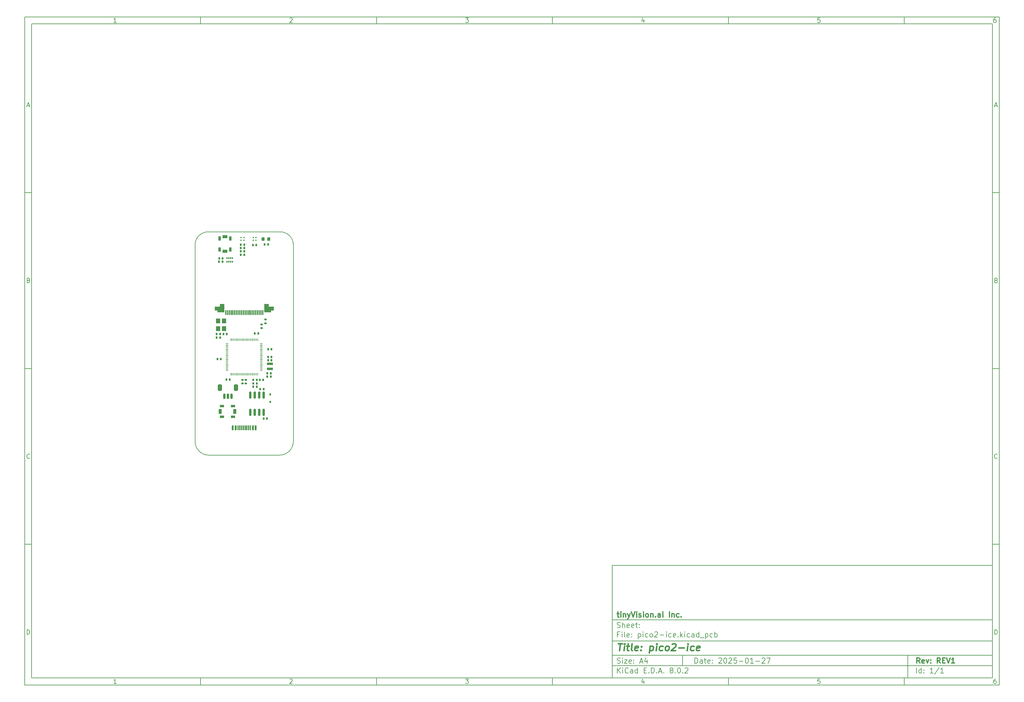
<source format=gbr>
%TF.GenerationSoftware,KiCad,Pcbnew,8.0.2*%
%TF.CreationDate,2025-02-02T23:53:12+05:30*%
%TF.ProjectId,pico2-ice,7069636f-322d-4696-9365-2e6b69636164,REV1*%
%TF.SameCoordinates,Original*%
%TF.FileFunction,Paste,Top*%
%TF.FilePolarity,Positive*%
%FSLAX46Y46*%
G04 Gerber Fmt 4.6, Leading zero omitted, Abs format (unit mm)*
G04 Created by KiCad (PCBNEW 8.0.2) date 2025-02-02 23:53:12*
%MOMM*%
%LPD*%
G01*
G04 APERTURE LIST*
G04 Aperture macros list*
%AMRoundRect*
0 Rectangle with rounded corners*
0 $1 Rounding radius*
0 $2 $3 $4 $5 $6 $7 $8 $9 X,Y pos of 4 corners*
0 Add a 4 corners polygon primitive as box body*
4,1,4,$2,$3,$4,$5,$6,$7,$8,$9,$2,$3,0*
0 Add four circle primitives for the rounded corners*
1,1,$1+$1,$2,$3*
1,1,$1+$1,$4,$5*
1,1,$1+$1,$6,$7*
1,1,$1+$1,$8,$9*
0 Add four rect primitives between the rounded corners*
20,1,$1+$1,$2,$3,$4,$5,0*
20,1,$1+$1,$4,$5,$6,$7,0*
20,1,$1+$1,$6,$7,$8,$9,0*
20,1,$1+$1,$8,$9,$2,$3,0*%
%AMFreePoly0*
4,1,21,1.328536,0.903536,1.330000,0.900000,1.330000,-1.400000,1.328536,-1.403536,1.325000,-1.405000,0.075000,-1.405000,0.071464,-1.403536,0.070000,-1.400000,0.070000,-0.705000,-1.325000,-0.705000,-1.328536,-0.703536,-1.330000,-0.700000,-1.330000,0.400000,-1.328536,0.403536,-1.325000,0.405000,-0.630000,0.405000,-0.630000,0.900000,-0.628536,0.903536,-0.625000,0.905000,1.325000,0.905000,
1.328536,0.903536,1.328536,0.903536,$1*%
%AMFreePoly1*
4,1,21,0.628536,0.903536,0.630000,0.900000,0.630000,0.405000,1.325000,0.405000,1.328536,0.403536,1.330000,0.400000,1.330000,-0.700000,1.328536,-0.703536,1.325000,-0.705000,-0.070000,-0.705000,-0.070000,-1.400000,-0.071464,-1.403536,-0.075000,-1.405000,-1.325000,-1.405000,-1.328536,-1.403536,-1.330000,-1.400000,-1.330000,0.900000,-1.328536,0.903536,-1.325000,0.905000,0.625000,0.905000,
0.628536,0.903536,0.628536,0.903536,$1*%
G04 Aperture macros list end*
%ADD10C,0.100000*%
%ADD11C,0.150000*%
%ADD12C,0.300000*%
%ADD13C,0.400000*%
%ADD14RoundRect,0.135000X0.135000X0.185000X-0.135000X0.185000X-0.135000X-0.185000X0.135000X-0.185000X0*%
%ADD15RoundRect,0.140000X0.140000X0.170000X-0.140000X0.170000X-0.140000X-0.170000X0.140000X-0.170000X0*%
%ADD16R,0.430000X0.430000*%
%ADD17RoundRect,0.135000X-0.135000X-0.185000X0.135000X-0.185000X0.135000X0.185000X-0.135000X0.185000X0*%
%ADD18RoundRect,0.140000X-0.170000X0.140000X-0.170000X-0.140000X0.170000X-0.140000X0.170000X0.140000X0*%
%ADD19RoundRect,0.140000X-0.140000X-0.170000X0.140000X-0.170000X0.140000X0.170000X-0.140000X0.170000X0*%
%ADD20RoundRect,0.218750X0.218750X0.256250X-0.218750X0.256250X-0.218750X-0.256250X0.218750X-0.256250X0*%
%ADD21R,1.400000X0.950000*%
%ADD22R,0.750000X1.150000*%
%ADD23RoundRect,0.112500X0.112500X-0.187500X0.112500X0.187500X-0.112500X0.187500X-0.112500X-0.187500X0*%
%ADD24R,0.600000X1.450000*%
%ADD25R,0.300000X1.450000*%
%ADD26RoundRect,0.150000X-0.150000X-0.625000X0.150000X-0.625000X0.150000X0.625000X-0.150000X0.625000X0*%
%ADD27RoundRect,0.250000X-0.350000X-0.650000X0.350000X-0.650000X0.350000X0.650000X-0.350000X0.650000X0*%
%ADD28RoundRect,0.150000X-0.150000X0.825000X-0.150000X-0.825000X0.150000X-0.825000X0.150000X0.825000X0*%
%ADD29RoundRect,0.135000X-0.185000X0.135000X-0.185000X-0.135000X0.185000X-0.135000X0.185000X0.135000X0*%
%ADD30R,1.700000X0.700000*%
%ADD31R,0.300000X1.400000*%
%ADD32FreePoly0,180.000000*%
%ADD33FreePoly1,180.000000*%
%ADD34R,0.950000X1.400000*%
%ADD35R,1.150000X0.750000*%
%ADD36R,0.320000X0.500000*%
%ADD37R,0.100000X0.100000*%
%ADD38R,0.220000X0.780000*%
%ADD39R,0.780000X0.220000*%
%ADD40R,1.200000X1.400000*%
%ADD41RoundRect,0.135000X0.185000X-0.135000X0.185000X0.135000X-0.185000X0.135000X-0.185000X-0.135000X0*%
%TA.AperFunction,Profile*%
%ADD42C,0.127000*%
%TD*%
G04 APERTURE END LIST*
D10*
D11*
X177002200Y-166007200D02*
X285002200Y-166007200D01*
X285002200Y-198007200D01*
X177002200Y-198007200D01*
X177002200Y-166007200D01*
D10*
D11*
X10000000Y-10000000D02*
X287002200Y-10000000D01*
X287002200Y-200007200D01*
X10000000Y-200007200D01*
X10000000Y-10000000D01*
D10*
D11*
X12000000Y-12000000D02*
X285002200Y-12000000D01*
X285002200Y-198007200D01*
X12000000Y-198007200D01*
X12000000Y-12000000D01*
D10*
D11*
X60000000Y-12000000D02*
X60000000Y-10000000D01*
D10*
D11*
X110000000Y-12000000D02*
X110000000Y-10000000D01*
D10*
D11*
X160000000Y-12000000D02*
X160000000Y-10000000D01*
D10*
D11*
X210000000Y-12000000D02*
X210000000Y-10000000D01*
D10*
D11*
X260000000Y-12000000D02*
X260000000Y-10000000D01*
D10*
D11*
X36089160Y-11593604D02*
X35346303Y-11593604D01*
X35717731Y-11593604D02*
X35717731Y-10293604D01*
X35717731Y-10293604D02*
X35593922Y-10479319D01*
X35593922Y-10479319D02*
X35470112Y-10603128D01*
X35470112Y-10603128D02*
X35346303Y-10665033D01*
D10*
D11*
X85346303Y-10417414D02*
X85408207Y-10355509D01*
X85408207Y-10355509D02*
X85532017Y-10293604D01*
X85532017Y-10293604D02*
X85841541Y-10293604D01*
X85841541Y-10293604D02*
X85965350Y-10355509D01*
X85965350Y-10355509D02*
X86027255Y-10417414D01*
X86027255Y-10417414D02*
X86089160Y-10541223D01*
X86089160Y-10541223D02*
X86089160Y-10665033D01*
X86089160Y-10665033D02*
X86027255Y-10850747D01*
X86027255Y-10850747D02*
X85284398Y-11593604D01*
X85284398Y-11593604D02*
X86089160Y-11593604D01*
D10*
D11*
X135284398Y-10293604D02*
X136089160Y-10293604D01*
X136089160Y-10293604D02*
X135655826Y-10788842D01*
X135655826Y-10788842D02*
X135841541Y-10788842D01*
X135841541Y-10788842D02*
X135965350Y-10850747D01*
X135965350Y-10850747D02*
X136027255Y-10912652D01*
X136027255Y-10912652D02*
X136089160Y-11036461D01*
X136089160Y-11036461D02*
X136089160Y-11345985D01*
X136089160Y-11345985D02*
X136027255Y-11469795D01*
X136027255Y-11469795D02*
X135965350Y-11531700D01*
X135965350Y-11531700D02*
X135841541Y-11593604D01*
X135841541Y-11593604D02*
X135470112Y-11593604D01*
X135470112Y-11593604D02*
X135346303Y-11531700D01*
X135346303Y-11531700D02*
X135284398Y-11469795D01*
D10*
D11*
X185965350Y-10726938D02*
X185965350Y-11593604D01*
X185655826Y-10231700D02*
X185346303Y-11160271D01*
X185346303Y-11160271D02*
X186151064Y-11160271D01*
D10*
D11*
X236027255Y-10293604D02*
X235408207Y-10293604D01*
X235408207Y-10293604D02*
X235346303Y-10912652D01*
X235346303Y-10912652D02*
X235408207Y-10850747D01*
X235408207Y-10850747D02*
X235532017Y-10788842D01*
X235532017Y-10788842D02*
X235841541Y-10788842D01*
X235841541Y-10788842D02*
X235965350Y-10850747D01*
X235965350Y-10850747D02*
X236027255Y-10912652D01*
X236027255Y-10912652D02*
X236089160Y-11036461D01*
X236089160Y-11036461D02*
X236089160Y-11345985D01*
X236089160Y-11345985D02*
X236027255Y-11469795D01*
X236027255Y-11469795D02*
X235965350Y-11531700D01*
X235965350Y-11531700D02*
X235841541Y-11593604D01*
X235841541Y-11593604D02*
X235532017Y-11593604D01*
X235532017Y-11593604D02*
X235408207Y-11531700D01*
X235408207Y-11531700D02*
X235346303Y-11469795D01*
D10*
D11*
X285965350Y-10293604D02*
X285717731Y-10293604D01*
X285717731Y-10293604D02*
X285593922Y-10355509D01*
X285593922Y-10355509D02*
X285532017Y-10417414D01*
X285532017Y-10417414D02*
X285408207Y-10603128D01*
X285408207Y-10603128D02*
X285346303Y-10850747D01*
X285346303Y-10850747D02*
X285346303Y-11345985D01*
X285346303Y-11345985D02*
X285408207Y-11469795D01*
X285408207Y-11469795D02*
X285470112Y-11531700D01*
X285470112Y-11531700D02*
X285593922Y-11593604D01*
X285593922Y-11593604D02*
X285841541Y-11593604D01*
X285841541Y-11593604D02*
X285965350Y-11531700D01*
X285965350Y-11531700D02*
X286027255Y-11469795D01*
X286027255Y-11469795D02*
X286089160Y-11345985D01*
X286089160Y-11345985D02*
X286089160Y-11036461D01*
X286089160Y-11036461D02*
X286027255Y-10912652D01*
X286027255Y-10912652D02*
X285965350Y-10850747D01*
X285965350Y-10850747D02*
X285841541Y-10788842D01*
X285841541Y-10788842D02*
X285593922Y-10788842D01*
X285593922Y-10788842D02*
X285470112Y-10850747D01*
X285470112Y-10850747D02*
X285408207Y-10912652D01*
X285408207Y-10912652D02*
X285346303Y-11036461D01*
D10*
D11*
X60000000Y-198007200D02*
X60000000Y-200007200D01*
D10*
D11*
X110000000Y-198007200D02*
X110000000Y-200007200D01*
D10*
D11*
X160000000Y-198007200D02*
X160000000Y-200007200D01*
D10*
D11*
X210000000Y-198007200D02*
X210000000Y-200007200D01*
D10*
D11*
X260000000Y-198007200D02*
X260000000Y-200007200D01*
D10*
D11*
X36089160Y-199600804D02*
X35346303Y-199600804D01*
X35717731Y-199600804D02*
X35717731Y-198300804D01*
X35717731Y-198300804D02*
X35593922Y-198486519D01*
X35593922Y-198486519D02*
X35470112Y-198610328D01*
X35470112Y-198610328D02*
X35346303Y-198672233D01*
D10*
D11*
X85346303Y-198424614D02*
X85408207Y-198362709D01*
X85408207Y-198362709D02*
X85532017Y-198300804D01*
X85532017Y-198300804D02*
X85841541Y-198300804D01*
X85841541Y-198300804D02*
X85965350Y-198362709D01*
X85965350Y-198362709D02*
X86027255Y-198424614D01*
X86027255Y-198424614D02*
X86089160Y-198548423D01*
X86089160Y-198548423D02*
X86089160Y-198672233D01*
X86089160Y-198672233D02*
X86027255Y-198857947D01*
X86027255Y-198857947D02*
X85284398Y-199600804D01*
X85284398Y-199600804D02*
X86089160Y-199600804D01*
D10*
D11*
X135284398Y-198300804D02*
X136089160Y-198300804D01*
X136089160Y-198300804D02*
X135655826Y-198796042D01*
X135655826Y-198796042D02*
X135841541Y-198796042D01*
X135841541Y-198796042D02*
X135965350Y-198857947D01*
X135965350Y-198857947D02*
X136027255Y-198919852D01*
X136027255Y-198919852D02*
X136089160Y-199043661D01*
X136089160Y-199043661D02*
X136089160Y-199353185D01*
X136089160Y-199353185D02*
X136027255Y-199476995D01*
X136027255Y-199476995D02*
X135965350Y-199538900D01*
X135965350Y-199538900D02*
X135841541Y-199600804D01*
X135841541Y-199600804D02*
X135470112Y-199600804D01*
X135470112Y-199600804D02*
X135346303Y-199538900D01*
X135346303Y-199538900D02*
X135284398Y-199476995D01*
D10*
D11*
X185965350Y-198734138D02*
X185965350Y-199600804D01*
X185655826Y-198238900D02*
X185346303Y-199167471D01*
X185346303Y-199167471D02*
X186151064Y-199167471D01*
D10*
D11*
X236027255Y-198300804D02*
X235408207Y-198300804D01*
X235408207Y-198300804D02*
X235346303Y-198919852D01*
X235346303Y-198919852D02*
X235408207Y-198857947D01*
X235408207Y-198857947D02*
X235532017Y-198796042D01*
X235532017Y-198796042D02*
X235841541Y-198796042D01*
X235841541Y-198796042D02*
X235965350Y-198857947D01*
X235965350Y-198857947D02*
X236027255Y-198919852D01*
X236027255Y-198919852D02*
X236089160Y-199043661D01*
X236089160Y-199043661D02*
X236089160Y-199353185D01*
X236089160Y-199353185D02*
X236027255Y-199476995D01*
X236027255Y-199476995D02*
X235965350Y-199538900D01*
X235965350Y-199538900D02*
X235841541Y-199600804D01*
X235841541Y-199600804D02*
X235532017Y-199600804D01*
X235532017Y-199600804D02*
X235408207Y-199538900D01*
X235408207Y-199538900D02*
X235346303Y-199476995D01*
D10*
D11*
X285965350Y-198300804D02*
X285717731Y-198300804D01*
X285717731Y-198300804D02*
X285593922Y-198362709D01*
X285593922Y-198362709D02*
X285532017Y-198424614D01*
X285532017Y-198424614D02*
X285408207Y-198610328D01*
X285408207Y-198610328D02*
X285346303Y-198857947D01*
X285346303Y-198857947D02*
X285346303Y-199353185D01*
X285346303Y-199353185D02*
X285408207Y-199476995D01*
X285408207Y-199476995D02*
X285470112Y-199538900D01*
X285470112Y-199538900D02*
X285593922Y-199600804D01*
X285593922Y-199600804D02*
X285841541Y-199600804D01*
X285841541Y-199600804D02*
X285965350Y-199538900D01*
X285965350Y-199538900D02*
X286027255Y-199476995D01*
X286027255Y-199476995D02*
X286089160Y-199353185D01*
X286089160Y-199353185D02*
X286089160Y-199043661D01*
X286089160Y-199043661D02*
X286027255Y-198919852D01*
X286027255Y-198919852D02*
X285965350Y-198857947D01*
X285965350Y-198857947D02*
X285841541Y-198796042D01*
X285841541Y-198796042D02*
X285593922Y-198796042D01*
X285593922Y-198796042D02*
X285470112Y-198857947D01*
X285470112Y-198857947D02*
X285408207Y-198919852D01*
X285408207Y-198919852D02*
X285346303Y-199043661D01*
D10*
D11*
X10000000Y-60000000D02*
X12000000Y-60000000D01*
D10*
D11*
X10000000Y-110000000D02*
X12000000Y-110000000D01*
D10*
D11*
X10000000Y-160000000D02*
X12000000Y-160000000D01*
D10*
D11*
X10690476Y-35222176D02*
X11309523Y-35222176D01*
X10566666Y-35593604D02*
X10999999Y-34293604D01*
X10999999Y-34293604D02*
X11433333Y-35593604D01*
D10*
D11*
X11092857Y-84912652D02*
X11278571Y-84974557D01*
X11278571Y-84974557D02*
X11340476Y-85036461D01*
X11340476Y-85036461D02*
X11402380Y-85160271D01*
X11402380Y-85160271D02*
X11402380Y-85345985D01*
X11402380Y-85345985D02*
X11340476Y-85469795D01*
X11340476Y-85469795D02*
X11278571Y-85531700D01*
X11278571Y-85531700D02*
X11154761Y-85593604D01*
X11154761Y-85593604D02*
X10659523Y-85593604D01*
X10659523Y-85593604D02*
X10659523Y-84293604D01*
X10659523Y-84293604D02*
X11092857Y-84293604D01*
X11092857Y-84293604D02*
X11216666Y-84355509D01*
X11216666Y-84355509D02*
X11278571Y-84417414D01*
X11278571Y-84417414D02*
X11340476Y-84541223D01*
X11340476Y-84541223D02*
X11340476Y-84665033D01*
X11340476Y-84665033D02*
X11278571Y-84788842D01*
X11278571Y-84788842D02*
X11216666Y-84850747D01*
X11216666Y-84850747D02*
X11092857Y-84912652D01*
X11092857Y-84912652D02*
X10659523Y-84912652D01*
D10*
D11*
X11402380Y-135469795D02*
X11340476Y-135531700D01*
X11340476Y-135531700D02*
X11154761Y-135593604D01*
X11154761Y-135593604D02*
X11030952Y-135593604D01*
X11030952Y-135593604D02*
X10845238Y-135531700D01*
X10845238Y-135531700D02*
X10721428Y-135407890D01*
X10721428Y-135407890D02*
X10659523Y-135284080D01*
X10659523Y-135284080D02*
X10597619Y-135036461D01*
X10597619Y-135036461D02*
X10597619Y-134850747D01*
X10597619Y-134850747D02*
X10659523Y-134603128D01*
X10659523Y-134603128D02*
X10721428Y-134479319D01*
X10721428Y-134479319D02*
X10845238Y-134355509D01*
X10845238Y-134355509D02*
X11030952Y-134293604D01*
X11030952Y-134293604D02*
X11154761Y-134293604D01*
X11154761Y-134293604D02*
X11340476Y-134355509D01*
X11340476Y-134355509D02*
X11402380Y-134417414D01*
D10*
D11*
X10659523Y-185593604D02*
X10659523Y-184293604D01*
X10659523Y-184293604D02*
X10969047Y-184293604D01*
X10969047Y-184293604D02*
X11154761Y-184355509D01*
X11154761Y-184355509D02*
X11278571Y-184479319D01*
X11278571Y-184479319D02*
X11340476Y-184603128D01*
X11340476Y-184603128D02*
X11402380Y-184850747D01*
X11402380Y-184850747D02*
X11402380Y-185036461D01*
X11402380Y-185036461D02*
X11340476Y-185284080D01*
X11340476Y-185284080D02*
X11278571Y-185407890D01*
X11278571Y-185407890D02*
X11154761Y-185531700D01*
X11154761Y-185531700D02*
X10969047Y-185593604D01*
X10969047Y-185593604D02*
X10659523Y-185593604D01*
D10*
D11*
X287002200Y-60000000D02*
X285002200Y-60000000D01*
D10*
D11*
X287002200Y-110000000D02*
X285002200Y-110000000D01*
D10*
D11*
X287002200Y-160000000D02*
X285002200Y-160000000D01*
D10*
D11*
X285692676Y-35222176D02*
X286311723Y-35222176D01*
X285568866Y-35593604D02*
X286002199Y-34293604D01*
X286002199Y-34293604D02*
X286435533Y-35593604D01*
D10*
D11*
X286095057Y-84912652D02*
X286280771Y-84974557D01*
X286280771Y-84974557D02*
X286342676Y-85036461D01*
X286342676Y-85036461D02*
X286404580Y-85160271D01*
X286404580Y-85160271D02*
X286404580Y-85345985D01*
X286404580Y-85345985D02*
X286342676Y-85469795D01*
X286342676Y-85469795D02*
X286280771Y-85531700D01*
X286280771Y-85531700D02*
X286156961Y-85593604D01*
X286156961Y-85593604D02*
X285661723Y-85593604D01*
X285661723Y-85593604D02*
X285661723Y-84293604D01*
X285661723Y-84293604D02*
X286095057Y-84293604D01*
X286095057Y-84293604D02*
X286218866Y-84355509D01*
X286218866Y-84355509D02*
X286280771Y-84417414D01*
X286280771Y-84417414D02*
X286342676Y-84541223D01*
X286342676Y-84541223D02*
X286342676Y-84665033D01*
X286342676Y-84665033D02*
X286280771Y-84788842D01*
X286280771Y-84788842D02*
X286218866Y-84850747D01*
X286218866Y-84850747D02*
X286095057Y-84912652D01*
X286095057Y-84912652D02*
X285661723Y-84912652D01*
D10*
D11*
X286404580Y-135469795D02*
X286342676Y-135531700D01*
X286342676Y-135531700D02*
X286156961Y-135593604D01*
X286156961Y-135593604D02*
X286033152Y-135593604D01*
X286033152Y-135593604D02*
X285847438Y-135531700D01*
X285847438Y-135531700D02*
X285723628Y-135407890D01*
X285723628Y-135407890D02*
X285661723Y-135284080D01*
X285661723Y-135284080D02*
X285599819Y-135036461D01*
X285599819Y-135036461D02*
X285599819Y-134850747D01*
X285599819Y-134850747D02*
X285661723Y-134603128D01*
X285661723Y-134603128D02*
X285723628Y-134479319D01*
X285723628Y-134479319D02*
X285847438Y-134355509D01*
X285847438Y-134355509D02*
X286033152Y-134293604D01*
X286033152Y-134293604D02*
X286156961Y-134293604D01*
X286156961Y-134293604D02*
X286342676Y-134355509D01*
X286342676Y-134355509D02*
X286404580Y-134417414D01*
D10*
D11*
X285661723Y-185593604D02*
X285661723Y-184293604D01*
X285661723Y-184293604D02*
X285971247Y-184293604D01*
X285971247Y-184293604D02*
X286156961Y-184355509D01*
X286156961Y-184355509D02*
X286280771Y-184479319D01*
X286280771Y-184479319D02*
X286342676Y-184603128D01*
X286342676Y-184603128D02*
X286404580Y-184850747D01*
X286404580Y-184850747D02*
X286404580Y-185036461D01*
X286404580Y-185036461D02*
X286342676Y-185284080D01*
X286342676Y-185284080D02*
X286280771Y-185407890D01*
X286280771Y-185407890D02*
X286156961Y-185531700D01*
X286156961Y-185531700D02*
X285971247Y-185593604D01*
X285971247Y-185593604D02*
X285661723Y-185593604D01*
D10*
D11*
X200458026Y-193793328D02*
X200458026Y-192293328D01*
X200458026Y-192293328D02*
X200815169Y-192293328D01*
X200815169Y-192293328D02*
X201029455Y-192364757D01*
X201029455Y-192364757D02*
X201172312Y-192507614D01*
X201172312Y-192507614D02*
X201243741Y-192650471D01*
X201243741Y-192650471D02*
X201315169Y-192936185D01*
X201315169Y-192936185D02*
X201315169Y-193150471D01*
X201315169Y-193150471D02*
X201243741Y-193436185D01*
X201243741Y-193436185D02*
X201172312Y-193579042D01*
X201172312Y-193579042D02*
X201029455Y-193721900D01*
X201029455Y-193721900D02*
X200815169Y-193793328D01*
X200815169Y-193793328D02*
X200458026Y-193793328D01*
X202600884Y-193793328D02*
X202600884Y-193007614D01*
X202600884Y-193007614D02*
X202529455Y-192864757D01*
X202529455Y-192864757D02*
X202386598Y-192793328D01*
X202386598Y-192793328D02*
X202100884Y-192793328D01*
X202100884Y-192793328D02*
X201958026Y-192864757D01*
X202600884Y-193721900D02*
X202458026Y-193793328D01*
X202458026Y-193793328D02*
X202100884Y-193793328D01*
X202100884Y-193793328D02*
X201958026Y-193721900D01*
X201958026Y-193721900D02*
X201886598Y-193579042D01*
X201886598Y-193579042D02*
X201886598Y-193436185D01*
X201886598Y-193436185D02*
X201958026Y-193293328D01*
X201958026Y-193293328D02*
X202100884Y-193221900D01*
X202100884Y-193221900D02*
X202458026Y-193221900D01*
X202458026Y-193221900D02*
X202600884Y-193150471D01*
X203100884Y-192793328D02*
X203672312Y-192793328D01*
X203315169Y-192293328D02*
X203315169Y-193579042D01*
X203315169Y-193579042D02*
X203386598Y-193721900D01*
X203386598Y-193721900D02*
X203529455Y-193793328D01*
X203529455Y-193793328D02*
X203672312Y-193793328D01*
X204743741Y-193721900D02*
X204600884Y-193793328D01*
X204600884Y-193793328D02*
X204315170Y-193793328D01*
X204315170Y-193793328D02*
X204172312Y-193721900D01*
X204172312Y-193721900D02*
X204100884Y-193579042D01*
X204100884Y-193579042D02*
X204100884Y-193007614D01*
X204100884Y-193007614D02*
X204172312Y-192864757D01*
X204172312Y-192864757D02*
X204315170Y-192793328D01*
X204315170Y-192793328D02*
X204600884Y-192793328D01*
X204600884Y-192793328D02*
X204743741Y-192864757D01*
X204743741Y-192864757D02*
X204815170Y-193007614D01*
X204815170Y-193007614D02*
X204815170Y-193150471D01*
X204815170Y-193150471D02*
X204100884Y-193293328D01*
X205458026Y-193650471D02*
X205529455Y-193721900D01*
X205529455Y-193721900D02*
X205458026Y-193793328D01*
X205458026Y-193793328D02*
X205386598Y-193721900D01*
X205386598Y-193721900D02*
X205458026Y-193650471D01*
X205458026Y-193650471D02*
X205458026Y-193793328D01*
X205458026Y-192864757D02*
X205529455Y-192936185D01*
X205529455Y-192936185D02*
X205458026Y-193007614D01*
X205458026Y-193007614D02*
X205386598Y-192936185D01*
X205386598Y-192936185D02*
X205458026Y-192864757D01*
X205458026Y-192864757D02*
X205458026Y-193007614D01*
X207243741Y-192436185D02*
X207315169Y-192364757D01*
X207315169Y-192364757D02*
X207458027Y-192293328D01*
X207458027Y-192293328D02*
X207815169Y-192293328D01*
X207815169Y-192293328D02*
X207958027Y-192364757D01*
X207958027Y-192364757D02*
X208029455Y-192436185D01*
X208029455Y-192436185D02*
X208100884Y-192579042D01*
X208100884Y-192579042D02*
X208100884Y-192721900D01*
X208100884Y-192721900D02*
X208029455Y-192936185D01*
X208029455Y-192936185D02*
X207172312Y-193793328D01*
X207172312Y-193793328D02*
X208100884Y-193793328D01*
X209029455Y-192293328D02*
X209172312Y-192293328D01*
X209172312Y-192293328D02*
X209315169Y-192364757D01*
X209315169Y-192364757D02*
X209386598Y-192436185D01*
X209386598Y-192436185D02*
X209458026Y-192579042D01*
X209458026Y-192579042D02*
X209529455Y-192864757D01*
X209529455Y-192864757D02*
X209529455Y-193221900D01*
X209529455Y-193221900D02*
X209458026Y-193507614D01*
X209458026Y-193507614D02*
X209386598Y-193650471D01*
X209386598Y-193650471D02*
X209315169Y-193721900D01*
X209315169Y-193721900D02*
X209172312Y-193793328D01*
X209172312Y-193793328D02*
X209029455Y-193793328D01*
X209029455Y-193793328D02*
X208886598Y-193721900D01*
X208886598Y-193721900D02*
X208815169Y-193650471D01*
X208815169Y-193650471D02*
X208743740Y-193507614D01*
X208743740Y-193507614D02*
X208672312Y-193221900D01*
X208672312Y-193221900D02*
X208672312Y-192864757D01*
X208672312Y-192864757D02*
X208743740Y-192579042D01*
X208743740Y-192579042D02*
X208815169Y-192436185D01*
X208815169Y-192436185D02*
X208886598Y-192364757D01*
X208886598Y-192364757D02*
X209029455Y-192293328D01*
X210100883Y-192436185D02*
X210172311Y-192364757D01*
X210172311Y-192364757D02*
X210315169Y-192293328D01*
X210315169Y-192293328D02*
X210672311Y-192293328D01*
X210672311Y-192293328D02*
X210815169Y-192364757D01*
X210815169Y-192364757D02*
X210886597Y-192436185D01*
X210886597Y-192436185D02*
X210958026Y-192579042D01*
X210958026Y-192579042D02*
X210958026Y-192721900D01*
X210958026Y-192721900D02*
X210886597Y-192936185D01*
X210886597Y-192936185D02*
X210029454Y-193793328D01*
X210029454Y-193793328D02*
X210958026Y-193793328D01*
X212315168Y-192293328D02*
X211600882Y-192293328D01*
X211600882Y-192293328D02*
X211529454Y-193007614D01*
X211529454Y-193007614D02*
X211600882Y-192936185D01*
X211600882Y-192936185D02*
X211743740Y-192864757D01*
X211743740Y-192864757D02*
X212100882Y-192864757D01*
X212100882Y-192864757D02*
X212243740Y-192936185D01*
X212243740Y-192936185D02*
X212315168Y-193007614D01*
X212315168Y-193007614D02*
X212386597Y-193150471D01*
X212386597Y-193150471D02*
X212386597Y-193507614D01*
X212386597Y-193507614D02*
X212315168Y-193650471D01*
X212315168Y-193650471D02*
X212243740Y-193721900D01*
X212243740Y-193721900D02*
X212100882Y-193793328D01*
X212100882Y-193793328D02*
X211743740Y-193793328D01*
X211743740Y-193793328D02*
X211600882Y-193721900D01*
X211600882Y-193721900D02*
X211529454Y-193650471D01*
X213029453Y-193221900D02*
X214172311Y-193221900D01*
X215172311Y-192293328D02*
X215315168Y-192293328D01*
X215315168Y-192293328D02*
X215458025Y-192364757D01*
X215458025Y-192364757D02*
X215529454Y-192436185D01*
X215529454Y-192436185D02*
X215600882Y-192579042D01*
X215600882Y-192579042D02*
X215672311Y-192864757D01*
X215672311Y-192864757D02*
X215672311Y-193221900D01*
X215672311Y-193221900D02*
X215600882Y-193507614D01*
X215600882Y-193507614D02*
X215529454Y-193650471D01*
X215529454Y-193650471D02*
X215458025Y-193721900D01*
X215458025Y-193721900D02*
X215315168Y-193793328D01*
X215315168Y-193793328D02*
X215172311Y-193793328D01*
X215172311Y-193793328D02*
X215029454Y-193721900D01*
X215029454Y-193721900D02*
X214958025Y-193650471D01*
X214958025Y-193650471D02*
X214886596Y-193507614D01*
X214886596Y-193507614D02*
X214815168Y-193221900D01*
X214815168Y-193221900D02*
X214815168Y-192864757D01*
X214815168Y-192864757D02*
X214886596Y-192579042D01*
X214886596Y-192579042D02*
X214958025Y-192436185D01*
X214958025Y-192436185D02*
X215029454Y-192364757D01*
X215029454Y-192364757D02*
X215172311Y-192293328D01*
X217100882Y-193793328D02*
X216243739Y-193793328D01*
X216672310Y-193793328D02*
X216672310Y-192293328D01*
X216672310Y-192293328D02*
X216529453Y-192507614D01*
X216529453Y-192507614D02*
X216386596Y-192650471D01*
X216386596Y-192650471D02*
X216243739Y-192721900D01*
X217743738Y-193221900D02*
X218886596Y-193221900D01*
X219529453Y-192436185D02*
X219600881Y-192364757D01*
X219600881Y-192364757D02*
X219743739Y-192293328D01*
X219743739Y-192293328D02*
X220100881Y-192293328D01*
X220100881Y-192293328D02*
X220243739Y-192364757D01*
X220243739Y-192364757D02*
X220315167Y-192436185D01*
X220315167Y-192436185D02*
X220386596Y-192579042D01*
X220386596Y-192579042D02*
X220386596Y-192721900D01*
X220386596Y-192721900D02*
X220315167Y-192936185D01*
X220315167Y-192936185D02*
X219458024Y-193793328D01*
X219458024Y-193793328D02*
X220386596Y-193793328D01*
X220886595Y-192293328D02*
X221886595Y-192293328D01*
X221886595Y-192293328D02*
X221243738Y-193793328D01*
D10*
D11*
X177002200Y-194507200D02*
X285002200Y-194507200D01*
D10*
D11*
X178458026Y-196593328D02*
X178458026Y-195093328D01*
X179315169Y-196593328D02*
X178672312Y-195736185D01*
X179315169Y-195093328D02*
X178458026Y-195950471D01*
X179958026Y-196593328D02*
X179958026Y-195593328D01*
X179958026Y-195093328D02*
X179886598Y-195164757D01*
X179886598Y-195164757D02*
X179958026Y-195236185D01*
X179958026Y-195236185D02*
X180029455Y-195164757D01*
X180029455Y-195164757D02*
X179958026Y-195093328D01*
X179958026Y-195093328D02*
X179958026Y-195236185D01*
X181529455Y-196450471D02*
X181458027Y-196521900D01*
X181458027Y-196521900D02*
X181243741Y-196593328D01*
X181243741Y-196593328D02*
X181100884Y-196593328D01*
X181100884Y-196593328D02*
X180886598Y-196521900D01*
X180886598Y-196521900D02*
X180743741Y-196379042D01*
X180743741Y-196379042D02*
X180672312Y-196236185D01*
X180672312Y-196236185D02*
X180600884Y-195950471D01*
X180600884Y-195950471D02*
X180600884Y-195736185D01*
X180600884Y-195736185D02*
X180672312Y-195450471D01*
X180672312Y-195450471D02*
X180743741Y-195307614D01*
X180743741Y-195307614D02*
X180886598Y-195164757D01*
X180886598Y-195164757D02*
X181100884Y-195093328D01*
X181100884Y-195093328D02*
X181243741Y-195093328D01*
X181243741Y-195093328D02*
X181458027Y-195164757D01*
X181458027Y-195164757D02*
X181529455Y-195236185D01*
X182815170Y-196593328D02*
X182815170Y-195807614D01*
X182815170Y-195807614D02*
X182743741Y-195664757D01*
X182743741Y-195664757D02*
X182600884Y-195593328D01*
X182600884Y-195593328D02*
X182315170Y-195593328D01*
X182315170Y-195593328D02*
X182172312Y-195664757D01*
X182815170Y-196521900D02*
X182672312Y-196593328D01*
X182672312Y-196593328D02*
X182315170Y-196593328D01*
X182315170Y-196593328D02*
X182172312Y-196521900D01*
X182172312Y-196521900D02*
X182100884Y-196379042D01*
X182100884Y-196379042D02*
X182100884Y-196236185D01*
X182100884Y-196236185D02*
X182172312Y-196093328D01*
X182172312Y-196093328D02*
X182315170Y-196021900D01*
X182315170Y-196021900D02*
X182672312Y-196021900D01*
X182672312Y-196021900D02*
X182815170Y-195950471D01*
X184172313Y-196593328D02*
X184172313Y-195093328D01*
X184172313Y-196521900D02*
X184029455Y-196593328D01*
X184029455Y-196593328D02*
X183743741Y-196593328D01*
X183743741Y-196593328D02*
X183600884Y-196521900D01*
X183600884Y-196521900D02*
X183529455Y-196450471D01*
X183529455Y-196450471D02*
X183458027Y-196307614D01*
X183458027Y-196307614D02*
X183458027Y-195879042D01*
X183458027Y-195879042D02*
X183529455Y-195736185D01*
X183529455Y-195736185D02*
X183600884Y-195664757D01*
X183600884Y-195664757D02*
X183743741Y-195593328D01*
X183743741Y-195593328D02*
X184029455Y-195593328D01*
X184029455Y-195593328D02*
X184172313Y-195664757D01*
X186029455Y-195807614D02*
X186529455Y-195807614D01*
X186743741Y-196593328D02*
X186029455Y-196593328D01*
X186029455Y-196593328D02*
X186029455Y-195093328D01*
X186029455Y-195093328D02*
X186743741Y-195093328D01*
X187386598Y-196450471D02*
X187458027Y-196521900D01*
X187458027Y-196521900D02*
X187386598Y-196593328D01*
X187386598Y-196593328D02*
X187315170Y-196521900D01*
X187315170Y-196521900D02*
X187386598Y-196450471D01*
X187386598Y-196450471D02*
X187386598Y-196593328D01*
X188100884Y-196593328D02*
X188100884Y-195093328D01*
X188100884Y-195093328D02*
X188458027Y-195093328D01*
X188458027Y-195093328D02*
X188672313Y-195164757D01*
X188672313Y-195164757D02*
X188815170Y-195307614D01*
X188815170Y-195307614D02*
X188886599Y-195450471D01*
X188886599Y-195450471D02*
X188958027Y-195736185D01*
X188958027Y-195736185D02*
X188958027Y-195950471D01*
X188958027Y-195950471D02*
X188886599Y-196236185D01*
X188886599Y-196236185D02*
X188815170Y-196379042D01*
X188815170Y-196379042D02*
X188672313Y-196521900D01*
X188672313Y-196521900D02*
X188458027Y-196593328D01*
X188458027Y-196593328D02*
X188100884Y-196593328D01*
X189600884Y-196450471D02*
X189672313Y-196521900D01*
X189672313Y-196521900D02*
X189600884Y-196593328D01*
X189600884Y-196593328D02*
X189529456Y-196521900D01*
X189529456Y-196521900D02*
X189600884Y-196450471D01*
X189600884Y-196450471D02*
X189600884Y-196593328D01*
X190243742Y-196164757D02*
X190958028Y-196164757D01*
X190100885Y-196593328D02*
X190600885Y-195093328D01*
X190600885Y-195093328D02*
X191100885Y-196593328D01*
X191600884Y-196450471D02*
X191672313Y-196521900D01*
X191672313Y-196521900D02*
X191600884Y-196593328D01*
X191600884Y-196593328D02*
X191529456Y-196521900D01*
X191529456Y-196521900D02*
X191600884Y-196450471D01*
X191600884Y-196450471D02*
X191600884Y-196593328D01*
X193672313Y-195736185D02*
X193529456Y-195664757D01*
X193529456Y-195664757D02*
X193458027Y-195593328D01*
X193458027Y-195593328D02*
X193386599Y-195450471D01*
X193386599Y-195450471D02*
X193386599Y-195379042D01*
X193386599Y-195379042D02*
X193458027Y-195236185D01*
X193458027Y-195236185D02*
X193529456Y-195164757D01*
X193529456Y-195164757D02*
X193672313Y-195093328D01*
X193672313Y-195093328D02*
X193958027Y-195093328D01*
X193958027Y-195093328D02*
X194100885Y-195164757D01*
X194100885Y-195164757D02*
X194172313Y-195236185D01*
X194172313Y-195236185D02*
X194243742Y-195379042D01*
X194243742Y-195379042D02*
X194243742Y-195450471D01*
X194243742Y-195450471D02*
X194172313Y-195593328D01*
X194172313Y-195593328D02*
X194100885Y-195664757D01*
X194100885Y-195664757D02*
X193958027Y-195736185D01*
X193958027Y-195736185D02*
X193672313Y-195736185D01*
X193672313Y-195736185D02*
X193529456Y-195807614D01*
X193529456Y-195807614D02*
X193458027Y-195879042D01*
X193458027Y-195879042D02*
X193386599Y-196021900D01*
X193386599Y-196021900D02*
X193386599Y-196307614D01*
X193386599Y-196307614D02*
X193458027Y-196450471D01*
X193458027Y-196450471D02*
X193529456Y-196521900D01*
X193529456Y-196521900D02*
X193672313Y-196593328D01*
X193672313Y-196593328D02*
X193958027Y-196593328D01*
X193958027Y-196593328D02*
X194100885Y-196521900D01*
X194100885Y-196521900D02*
X194172313Y-196450471D01*
X194172313Y-196450471D02*
X194243742Y-196307614D01*
X194243742Y-196307614D02*
X194243742Y-196021900D01*
X194243742Y-196021900D02*
X194172313Y-195879042D01*
X194172313Y-195879042D02*
X194100885Y-195807614D01*
X194100885Y-195807614D02*
X193958027Y-195736185D01*
X194886598Y-196450471D02*
X194958027Y-196521900D01*
X194958027Y-196521900D02*
X194886598Y-196593328D01*
X194886598Y-196593328D02*
X194815170Y-196521900D01*
X194815170Y-196521900D02*
X194886598Y-196450471D01*
X194886598Y-196450471D02*
X194886598Y-196593328D01*
X195886599Y-195093328D02*
X196029456Y-195093328D01*
X196029456Y-195093328D02*
X196172313Y-195164757D01*
X196172313Y-195164757D02*
X196243742Y-195236185D01*
X196243742Y-195236185D02*
X196315170Y-195379042D01*
X196315170Y-195379042D02*
X196386599Y-195664757D01*
X196386599Y-195664757D02*
X196386599Y-196021900D01*
X196386599Y-196021900D02*
X196315170Y-196307614D01*
X196315170Y-196307614D02*
X196243742Y-196450471D01*
X196243742Y-196450471D02*
X196172313Y-196521900D01*
X196172313Y-196521900D02*
X196029456Y-196593328D01*
X196029456Y-196593328D02*
X195886599Y-196593328D01*
X195886599Y-196593328D02*
X195743742Y-196521900D01*
X195743742Y-196521900D02*
X195672313Y-196450471D01*
X195672313Y-196450471D02*
X195600884Y-196307614D01*
X195600884Y-196307614D02*
X195529456Y-196021900D01*
X195529456Y-196021900D02*
X195529456Y-195664757D01*
X195529456Y-195664757D02*
X195600884Y-195379042D01*
X195600884Y-195379042D02*
X195672313Y-195236185D01*
X195672313Y-195236185D02*
X195743742Y-195164757D01*
X195743742Y-195164757D02*
X195886599Y-195093328D01*
X197029455Y-196450471D02*
X197100884Y-196521900D01*
X197100884Y-196521900D02*
X197029455Y-196593328D01*
X197029455Y-196593328D02*
X196958027Y-196521900D01*
X196958027Y-196521900D02*
X197029455Y-196450471D01*
X197029455Y-196450471D02*
X197029455Y-196593328D01*
X197672313Y-195236185D02*
X197743741Y-195164757D01*
X197743741Y-195164757D02*
X197886599Y-195093328D01*
X197886599Y-195093328D02*
X198243741Y-195093328D01*
X198243741Y-195093328D02*
X198386599Y-195164757D01*
X198386599Y-195164757D02*
X198458027Y-195236185D01*
X198458027Y-195236185D02*
X198529456Y-195379042D01*
X198529456Y-195379042D02*
X198529456Y-195521900D01*
X198529456Y-195521900D02*
X198458027Y-195736185D01*
X198458027Y-195736185D02*
X197600884Y-196593328D01*
X197600884Y-196593328D02*
X198529456Y-196593328D01*
D10*
D11*
X177002200Y-191507200D02*
X285002200Y-191507200D01*
D10*
D12*
X264413853Y-193785528D02*
X263913853Y-193071242D01*
X263556710Y-193785528D02*
X263556710Y-192285528D01*
X263556710Y-192285528D02*
X264128139Y-192285528D01*
X264128139Y-192285528D02*
X264270996Y-192356957D01*
X264270996Y-192356957D02*
X264342425Y-192428385D01*
X264342425Y-192428385D02*
X264413853Y-192571242D01*
X264413853Y-192571242D02*
X264413853Y-192785528D01*
X264413853Y-192785528D02*
X264342425Y-192928385D01*
X264342425Y-192928385D02*
X264270996Y-192999814D01*
X264270996Y-192999814D02*
X264128139Y-193071242D01*
X264128139Y-193071242D02*
X263556710Y-193071242D01*
X265628139Y-193714100D02*
X265485282Y-193785528D01*
X265485282Y-193785528D02*
X265199568Y-193785528D01*
X265199568Y-193785528D02*
X265056710Y-193714100D01*
X265056710Y-193714100D02*
X264985282Y-193571242D01*
X264985282Y-193571242D02*
X264985282Y-192999814D01*
X264985282Y-192999814D02*
X265056710Y-192856957D01*
X265056710Y-192856957D02*
X265199568Y-192785528D01*
X265199568Y-192785528D02*
X265485282Y-192785528D01*
X265485282Y-192785528D02*
X265628139Y-192856957D01*
X265628139Y-192856957D02*
X265699568Y-192999814D01*
X265699568Y-192999814D02*
X265699568Y-193142671D01*
X265699568Y-193142671D02*
X264985282Y-193285528D01*
X266199567Y-192785528D02*
X266556710Y-193785528D01*
X266556710Y-193785528D02*
X266913853Y-192785528D01*
X267485281Y-193642671D02*
X267556710Y-193714100D01*
X267556710Y-193714100D02*
X267485281Y-193785528D01*
X267485281Y-193785528D02*
X267413853Y-193714100D01*
X267413853Y-193714100D02*
X267485281Y-193642671D01*
X267485281Y-193642671D02*
X267485281Y-193785528D01*
X267485281Y-192856957D02*
X267556710Y-192928385D01*
X267556710Y-192928385D02*
X267485281Y-192999814D01*
X267485281Y-192999814D02*
X267413853Y-192928385D01*
X267413853Y-192928385D02*
X267485281Y-192856957D01*
X267485281Y-192856957D02*
X267485281Y-192999814D01*
X270199567Y-193785528D02*
X269699567Y-193071242D01*
X269342424Y-193785528D02*
X269342424Y-192285528D01*
X269342424Y-192285528D02*
X269913853Y-192285528D01*
X269913853Y-192285528D02*
X270056710Y-192356957D01*
X270056710Y-192356957D02*
X270128139Y-192428385D01*
X270128139Y-192428385D02*
X270199567Y-192571242D01*
X270199567Y-192571242D02*
X270199567Y-192785528D01*
X270199567Y-192785528D02*
X270128139Y-192928385D01*
X270128139Y-192928385D02*
X270056710Y-192999814D01*
X270056710Y-192999814D02*
X269913853Y-193071242D01*
X269913853Y-193071242D02*
X269342424Y-193071242D01*
X270842424Y-192999814D02*
X271342424Y-192999814D01*
X271556710Y-193785528D02*
X270842424Y-193785528D01*
X270842424Y-193785528D02*
X270842424Y-192285528D01*
X270842424Y-192285528D02*
X271556710Y-192285528D01*
X271985282Y-192285528D02*
X272485282Y-193785528D01*
X272485282Y-193785528D02*
X272985282Y-192285528D01*
X274270996Y-193785528D02*
X273413853Y-193785528D01*
X273842424Y-193785528D02*
X273842424Y-192285528D01*
X273842424Y-192285528D02*
X273699567Y-192499814D01*
X273699567Y-192499814D02*
X273556710Y-192642671D01*
X273556710Y-192642671D02*
X273413853Y-192714100D01*
D10*
D11*
X178386598Y-193721900D02*
X178600884Y-193793328D01*
X178600884Y-193793328D02*
X178958026Y-193793328D01*
X178958026Y-193793328D02*
X179100884Y-193721900D01*
X179100884Y-193721900D02*
X179172312Y-193650471D01*
X179172312Y-193650471D02*
X179243741Y-193507614D01*
X179243741Y-193507614D02*
X179243741Y-193364757D01*
X179243741Y-193364757D02*
X179172312Y-193221900D01*
X179172312Y-193221900D02*
X179100884Y-193150471D01*
X179100884Y-193150471D02*
X178958026Y-193079042D01*
X178958026Y-193079042D02*
X178672312Y-193007614D01*
X178672312Y-193007614D02*
X178529455Y-192936185D01*
X178529455Y-192936185D02*
X178458026Y-192864757D01*
X178458026Y-192864757D02*
X178386598Y-192721900D01*
X178386598Y-192721900D02*
X178386598Y-192579042D01*
X178386598Y-192579042D02*
X178458026Y-192436185D01*
X178458026Y-192436185D02*
X178529455Y-192364757D01*
X178529455Y-192364757D02*
X178672312Y-192293328D01*
X178672312Y-192293328D02*
X179029455Y-192293328D01*
X179029455Y-192293328D02*
X179243741Y-192364757D01*
X179886597Y-193793328D02*
X179886597Y-192793328D01*
X179886597Y-192293328D02*
X179815169Y-192364757D01*
X179815169Y-192364757D02*
X179886597Y-192436185D01*
X179886597Y-192436185D02*
X179958026Y-192364757D01*
X179958026Y-192364757D02*
X179886597Y-192293328D01*
X179886597Y-192293328D02*
X179886597Y-192436185D01*
X180458026Y-192793328D02*
X181243741Y-192793328D01*
X181243741Y-192793328D02*
X180458026Y-193793328D01*
X180458026Y-193793328D02*
X181243741Y-193793328D01*
X182386598Y-193721900D02*
X182243741Y-193793328D01*
X182243741Y-193793328D02*
X181958027Y-193793328D01*
X181958027Y-193793328D02*
X181815169Y-193721900D01*
X181815169Y-193721900D02*
X181743741Y-193579042D01*
X181743741Y-193579042D02*
X181743741Y-193007614D01*
X181743741Y-193007614D02*
X181815169Y-192864757D01*
X181815169Y-192864757D02*
X181958027Y-192793328D01*
X181958027Y-192793328D02*
X182243741Y-192793328D01*
X182243741Y-192793328D02*
X182386598Y-192864757D01*
X182386598Y-192864757D02*
X182458027Y-193007614D01*
X182458027Y-193007614D02*
X182458027Y-193150471D01*
X182458027Y-193150471D02*
X181743741Y-193293328D01*
X183100883Y-193650471D02*
X183172312Y-193721900D01*
X183172312Y-193721900D02*
X183100883Y-193793328D01*
X183100883Y-193793328D02*
X183029455Y-193721900D01*
X183029455Y-193721900D02*
X183100883Y-193650471D01*
X183100883Y-193650471D02*
X183100883Y-193793328D01*
X183100883Y-192864757D02*
X183172312Y-192936185D01*
X183172312Y-192936185D02*
X183100883Y-193007614D01*
X183100883Y-193007614D02*
X183029455Y-192936185D01*
X183029455Y-192936185D02*
X183100883Y-192864757D01*
X183100883Y-192864757D02*
X183100883Y-193007614D01*
X184886598Y-193364757D02*
X185600884Y-193364757D01*
X184743741Y-193793328D02*
X185243741Y-192293328D01*
X185243741Y-192293328D02*
X185743741Y-193793328D01*
X186886598Y-192793328D02*
X186886598Y-193793328D01*
X186529455Y-192221900D02*
X186172312Y-193293328D01*
X186172312Y-193293328D02*
X187100883Y-193293328D01*
D10*
D11*
X263458026Y-196593328D02*
X263458026Y-195093328D01*
X264815170Y-196593328D02*
X264815170Y-195093328D01*
X264815170Y-196521900D02*
X264672312Y-196593328D01*
X264672312Y-196593328D02*
X264386598Y-196593328D01*
X264386598Y-196593328D02*
X264243741Y-196521900D01*
X264243741Y-196521900D02*
X264172312Y-196450471D01*
X264172312Y-196450471D02*
X264100884Y-196307614D01*
X264100884Y-196307614D02*
X264100884Y-195879042D01*
X264100884Y-195879042D02*
X264172312Y-195736185D01*
X264172312Y-195736185D02*
X264243741Y-195664757D01*
X264243741Y-195664757D02*
X264386598Y-195593328D01*
X264386598Y-195593328D02*
X264672312Y-195593328D01*
X264672312Y-195593328D02*
X264815170Y-195664757D01*
X265529455Y-196450471D02*
X265600884Y-196521900D01*
X265600884Y-196521900D02*
X265529455Y-196593328D01*
X265529455Y-196593328D02*
X265458027Y-196521900D01*
X265458027Y-196521900D02*
X265529455Y-196450471D01*
X265529455Y-196450471D02*
X265529455Y-196593328D01*
X265529455Y-195664757D02*
X265600884Y-195736185D01*
X265600884Y-195736185D02*
X265529455Y-195807614D01*
X265529455Y-195807614D02*
X265458027Y-195736185D01*
X265458027Y-195736185D02*
X265529455Y-195664757D01*
X265529455Y-195664757D02*
X265529455Y-195807614D01*
X268172313Y-196593328D02*
X267315170Y-196593328D01*
X267743741Y-196593328D02*
X267743741Y-195093328D01*
X267743741Y-195093328D02*
X267600884Y-195307614D01*
X267600884Y-195307614D02*
X267458027Y-195450471D01*
X267458027Y-195450471D02*
X267315170Y-195521900D01*
X269886598Y-195021900D02*
X268600884Y-196950471D01*
X271172313Y-196593328D02*
X270315170Y-196593328D01*
X270743741Y-196593328D02*
X270743741Y-195093328D01*
X270743741Y-195093328D02*
X270600884Y-195307614D01*
X270600884Y-195307614D02*
X270458027Y-195450471D01*
X270458027Y-195450471D02*
X270315170Y-195521900D01*
D10*
D11*
X177002200Y-187507200D02*
X285002200Y-187507200D01*
D10*
D13*
X178693928Y-188211638D02*
X179836785Y-188211638D01*
X179015357Y-190211638D02*
X179265357Y-188211638D01*
X180253452Y-190211638D02*
X180420119Y-188878304D01*
X180503452Y-188211638D02*
X180396309Y-188306876D01*
X180396309Y-188306876D02*
X180479643Y-188402114D01*
X180479643Y-188402114D02*
X180586786Y-188306876D01*
X180586786Y-188306876D02*
X180503452Y-188211638D01*
X180503452Y-188211638D02*
X180479643Y-188402114D01*
X181086786Y-188878304D02*
X181848690Y-188878304D01*
X181455833Y-188211638D02*
X181241548Y-189925923D01*
X181241548Y-189925923D02*
X181312976Y-190116400D01*
X181312976Y-190116400D02*
X181491548Y-190211638D01*
X181491548Y-190211638D02*
X181682024Y-190211638D01*
X182634405Y-190211638D02*
X182455833Y-190116400D01*
X182455833Y-190116400D02*
X182384405Y-189925923D01*
X182384405Y-189925923D02*
X182598690Y-188211638D01*
X184170119Y-190116400D02*
X183967738Y-190211638D01*
X183967738Y-190211638D02*
X183586785Y-190211638D01*
X183586785Y-190211638D02*
X183408214Y-190116400D01*
X183408214Y-190116400D02*
X183336785Y-189925923D01*
X183336785Y-189925923D02*
X183432024Y-189164019D01*
X183432024Y-189164019D02*
X183551071Y-188973542D01*
X183551071Y-188973542D02*
X183753452Y-188878304D01*
X183753452Y-188878304D02*
X184134404Y-188878304D01*
X184134404Y-188878304D02*
X184312976Y-188973542D01*
X184312976Y-188973542D02*
X184384404Y-189164019D01*
X184384404Y-189164019D02*
X184360595Y-189354495D01*
X184360595Y-189354495D02*
X183384404Y-189544971D01*
X185134405Y-190021161D02*
X185217738Y-190116400D01*
X185217738Y-190116400D02*
X185110595Y-190211638D01*
X185110595Y-190211638D02*
X185027262Y-190116400D01*
X185027262Y-190116400D02*
X185134405Y-190021161D01*
X185134405Y-190021161D02*
X185110595Y-190211638D01*
X185265357Y-188973542D02*
X185348690Y-189068780D01*
X185348690Y-189068780D02*
X185241548Y-189164019D01*
X185241548Y-189164019D02*
X185158214Y-189068780D01*
X185158214Y-189068780D02*
X185265357Y-188973542D01*
X185265357Y-188973542D02*
X185241548Y-189164019D01*
X187753453Y-188878304D02*
X187503453Y-190878304D01*
X187741548Y-188973542D02*
X187943929Y-188878304D01*
X187943929Y-188878304D02*
X188324881Y-188878304D01*
X188324881Y-188878304D02*
X188503453Y-188973542D01*
X188503453Y-188973542D02*
X188586786Y-189068780D01*
X188586786Y-189068780D02*
X188658215Y-189259257D01*
X188658215Y-189259257D02*
X188586786Y-189830685D01*
X188586786Y-189830685D02*
X188467739Y-190021161D01*
X188467739Y-190021161D02*
X188360596Y-190116400D01*
X188360596Y-190116400D02*
X188158215Y-190211638D01*
X188158215Y-190211638D02*
X187777262Y-190211638D01*
X187777262Y-190211638D02*
X187598691Y-190116400D01*
X189396310Y-190211638D02*
X189562977Y-188878304D01*
X189646310Y-188211638D02*
X189539167Y-188306876D01*
X189539167Y-188306876D02*
X189622501Y-188402114D01*
X189622501Y-188402114D02*
X189729644Y-188306876D01*
X189729644Y-188306876D02*
X189646310Y-188211638D01*
X189646310Y-188211638D02*
X189622501Y-188402114D01*
X191217739Y-190116400D02*
X191015358Y-190211638D01*
X191015358Y-190211638D02*
X190634406Y-190211638D01*
X190634406Y-190211638D02*
X190455834Y-190116400D01*
X190455834Y-190116400D02*
X190372501Y-190021161D01*
X190372501Y-190021161D02*
X190301072Y-189830685D01*
X190301072Y-189830685D02*
X190372501Y-189259257D01*
X190372501Y-189259257D02*
X190491548Y-189068780D01*
X190491548Y-189068780D02*
X190598691Y-188973542D01*
X190598691Y-188973542D02*
X190801072Y-188878304D01*
X190801072Y-188878304D02*
X191182025Y-188878304D01*
X191182025Y-188878304D02*
X191360596Y-188973542D01*
X192348692Y-190211638D02*
X192170120Y-190116400D01*
X192170120Y-190116400D02*
X192086787Y-190021161D01*
X192086787Y-190021161D02*
X192015358Y-189830685D01*
X192015358Y-189830685D02*
X192086787Y-189259257D01*
X192086787Y-189259257D02*
X192205834Y-189068780D01*
X192205834Y-189068780D02*
X192312977Y-188973542D01*
X192312977Y-188973542D02*
X192515358Y-188878304D01*
X192515358Y-188878304D02*
X192801072Y-188878304D01*
X192801072Y-188878304D02*
X192979644Y-188973542D01*
X192979644Y-188973542D02*
X193062977Y-189068780D01*
X193062977Y-189068780D02*
X193134406Y-189259257D01*
X193134406Y-189259257D02*
X193062977Y-189830685D01*
X193062977Y-189830685D02*
X192943930Y-190021161D01*
X192943930Y-190021161D02*
X192836787Y-190116400D01*
X192836787Y-190116400D02*
X192634406Y-190211638D01*
X192634406Y-190211638D02*
X192348692Y-190211638D01*
X194003454Y-188402114D02*
X194110596Y-188306876D01*
X194110596Y-188306876D02*
X194312977Y-188211638D01*
X194312977Y-188211638D02*
X194789168Y-188211638D01*
X194789168Y-188211638D02*
X194967739Y-188306876D01*
X194967739Y-188306876D02*
X195051073Y-188402114D01*
X195051073Y-188402114D02*
X195122501Y-188592590D01*
X195122501Y-188592590D02*
X195098692Y-188783066D01*
X195098692Y-188783066D02*
X194967739Y-189068780D01*
X194967739Y-189068780D02*
X193682025Y-190211638D01*
X193682025Y-190211638D02*
X194920120Y-190211638D01*
X195872501Y-189449733D02*
X197396311Y-189449733D01*
X198253453Y-190211638D02*
X198420120Y-188878304D01*
X198503453Y-188211638D02*
X198396310Y-188306876D01*
X198396310Y-188306876D02*
X198479644Y-188402114D01*
X198479644Y-188402114D02*
X198586787Y-188306876D01*
X198586787Y-188306876D02*
X198503453Y-188211638D01*
X198503453Y-188211638D02*
X198479644Y-188402114D01*
X200074882Y-190116400D02*
X199872501Y-190211638D01*
X199872501Y-190211638D02*
X199491549Y-190211638D01*
X199491549Y-190211638D02*
X199312977Y-190116400D01*
X199312977Y-190116400D02*
X199229644Y-190021161D01*
X199229644Y-190021161D02*
X199158215Y-189830685D01*
X199158215Y-189830685D02*
X199229644Y-189259257D01*
X199229644Y-189259257D02*
X199348691Y-189068780D01*
X199348691Y-189068780D02*
X199455834Y-188973542D01*
X199455834Y-188973542D02*
X199658215Y-188878304D01*
X199658215Y-188878304D02*
X200039168Y-188878304D01*
X200039168Y-188878304D02*
X200217739Y-188973542D01*
X201693930Y-190116400D02*
X201491549Y-190211638D01*
X201491549Y-190211638D02*
X201110596Y-190211638D01*
X201110596Y-190211638D02*
X200932025Y-190116400D01*
X200932025Y-190116400D02*
X200860596Y-189925923D01*
X200860596Y-189925923D02*
X200955835Y-189164019D01*
X200955835Y-189164019D02*
X201074882Y-188973542D01*
X201074882Y-188973542D02*
X201277263Y-188878304D01*
X201277263Y-188878304D02*
X201658215Y-188878304D01*
X201658215Y-188878304D02*
X201836787Y-188973542D01*
X201836787Y-188973542D02*
X201908215Y-189164019D01*
X201908215Y-189164019D02*
X201884406Y-189354495D01*
X201884406Y-189354495D02*
X200908215Y-189544971D01*
D10*
D11*
X178958026Y-185607614D02*
X178458026Y-185607614D01*
X178458026Y-186393328D02*
X178458026Y-184893328D01*
X178458026Y-184893328D02*
X179172312Y-184893328D01*
X179743740Y-186393328D02*
X179743740Y-185393328D01*
X179743740Y-184893328D02*
X179672312Y-184964757D01*
X179672312Y-184964757D02*
X179743740Y-185036185D01*
X179743740Y-185036185D02*
X179815169Y-184964757D01*
X179815169Y-184964757D02*
X179743740Y-184893328D01*
X179743740Y-184893328D02*
X179743740Y-185036185D01*
X180672312Y-186393328D02*
X180529455Y-186321900D01*
X180529455Y-186321900D02*
X180458026Y-186179042D01*
X180458026Y-186179042D02*
X180458026Y-184893328D01*
X181815169Y-186321900D02*
X181672312Y-186393328D01*
X181672312Y-186393328D02*
X181386598Y-186393328D01*
X181386598Y-186393328D02*
X181243740Y-186321900D01*
X181243740Y-186321900D02*
X181172312Y-186179042D01*
X181172312Y-186179042D02*
X181172312Y-185607614D01*
X181172312Y-185607614D02*
X181243740Y-185464757D01*
X181243740Y-185464757D02*
X181386598Y-185393328D01*
X181386598Y-185393328D02*
X181672312Y-185393328D01*
X181672312Y-185393328D02*
X181815169Y-185464757D01*
X181815169Y-185464757D02*
X181886598Y-185607614D01*
X181886598Y-185607614D02*
X181886598Y-185750471D01*
X181886598Y-185750471D02*
X181172312Y-185893328D01*
X182529454Y-186250471D02*
X182600883Y-186321900D01*
X182600883Y-186321900D02*
X182529454Y-186393328D01*
X182529454Y-186393328D02*
X182458026Y-186321900D01*
X182458026Y-186321900D02*
X182529454Y-186250471D01*
X182529454Y-186250471D02*
X182529454Y-186393328D01*
X182529454Y-185464757D02*
X182600883Y-185536185D01*
X182600883Y-185536185D02*
X182529454Y-185607614D01*
X182529454Y-185607614D02*
X182458026Y-185536185D01*
X182458026Y-185536185D02*
X182529454Y-185464757D01*
X182529454Y-185464757D02*
X182529454Y-185607614D01*
X184386597Y-185393328D02*
X184386597Y-186893328D01*
X184386597Y-185464757D02*
X184529455Y-185393328D01*
X184529455Y-185393328D02*
X184815169Y-185393328D01*
X184815169Y-185393328D02*
X184958026Y-185464757D01*
X184958026Y-185464757D02*
X185029455Y-185536185D01*
X185029455Y-185536185D02*
X185100883Y-185679042D01*
X185100883Y-185679042D02*
X185100883Y-186107614D01*
X185100883Y-186107614D02*
X185029455Y-186250471D01*
X185029455Y-186250471D02*
X184958026Y-186321900D01*
X184958026Y-186321900D02*
X184815169Y-186393328D01*
X184815169Y-186393328D02*
X184529455Y-186393328D01*
X184529455Y-186393328D02*
X184386597Y-186321900D01*
X185743740Y-186393328D02*
X185743740Y-185393328D01*
X185743740Y-184893328D02*
X185672312Y-184964757D01*
X185672312Y-184964757D02*
X185743740Y-185036185D01*
X185743740Y-185036185D02*
X185815169Y-184964757D01*
X185815169Y-184964757D02*
X185743740Y-184893328D01*
X185743740Y-184893328D02*
X185743740Y-185036185D01*
X187100884Y-186321900D02*
X186958026Y-186393328D01*
X186958026Y-186393328D02*
X186672312Y-186393328D01*
X186672312Y-186393328D02*
X186529455Y-186321900D01*
X186529455Y-186321900D02*
X186458026Y-186250471D01*
X186458026Y-186250471D02*
X186386598Y-186107614D01*
X186386598Y-186107614D02*
X186386598Y-185679042D01*
X186386598Y-185679042D02*
X186458026Y-185536185D01*
X186458026Y-185536185D02*
X186529455Y-185464757D01*
X186529455Y-185464757D02*
X186672312Y-185393328D01*
X186672312Y-185393328D02*
X186958026Y-185393328D01*
X186958026Y-185393328D02*
X187100884Y-185464757D01*
X187958026Y-186393328D02*
X187815169Y-186321900D01*
X187815169Y-186321900D02*
X187743740Y-186250471D01*
X187743740Y-186250471D02*
X187672312Y-186107614D01*
X187672312Y-186107614D02*
X187672312Y-185679042D01*
X187672312Y-185679042D02*
X187743740Y-185536185D01*
X187743740Y-185536185D02*
X187815169Y-185464757D01*
X187815169Y-185464757D02*
X187958026Y-185393328D01*
X187958026Y-185393328D02*
X188172312Y-185393328D01*
X188172312Y-185393328D02*
X188315169Y-185464757D01*
X188315169Y-185464757D02*
X188386598Y-185536185D01*
X188386598Y-185536185D02*
X188458026Y-185679042D01*
X188458026Y-185679042D02*
X188458026Y-186107614D01*
X188458026Y-186107614D02*
X188386598Y-186250471D01*
X188386598Y-186250471D02*
X188315169Y-186321900D01*
X188315169Y-186321900D02*
X188172312Y-186393328D01*
X188172312Y-186393328D02*
X187958026Y-186393328D01*
X189029455Y-185036185D02*
X189100883Y-184964757D01*
X189100883Y-184964757D02*
X189243741Y-184893328D01*
X189243741Y-184893328D02*
X189600883Y-184893328D01*
X189600883Y-184893328D02*
X189743741Y-184964757D01*
X189743741Y-184964757D02*
X189815169Y-185036185D01*
X189815169Y-185036185D02*
X189886598Y-185179042D01*
X189886598Y-185179042D02*
X189886598Y-185321900D01*
X189886598Y-185321900D02*
X189815169Y-185536185D01*
X189815169Y-185536185D02*
X188958026Y-186393328D01*
X188958026Y-186393328D02*
X189886598Y-186393328D01*
X190529454Y-185821900D02*
X191672312Y-185821900D01*
X192386597Y-186393328D02*
X192386597Y-185393328D01*
X192386597Y-184893328D02*
X192315169Y-184964757D01*
X192315169Y-184964757D02*
X192386597Y-185036185D01*
X192386597Y-185036185D02*
X192458026Y-184964757D01*
X192458026Y-184964757D02*
X192386597Y-184893328D01*
X192386597Y-184893328D02*
X192386597Y-185036185D01*
X193743741Y-186321900D02*
X193600883Y-186393328D01*
X193600883Y-186393328D02*
X193315169Y-186393328D01*
X193315169Y-186393328D02*
X193172312Y-186321900D01*
X193172312Y-186321900D02*
X193100883Y-186250471D01*
X193100883Y-186250471D02*
X193029455Y-186107614D01*
X193029455Y-186107614D02*
X193029455Y-185679042D01*
X193029455Y-185679042D02*
X193100883Y-185536185D01*
X193100883Y-185536185D02*
X193172312Y-185464757D01*
X193172312Y-185464757D02*
X193315169Y-185393328D01*
X193315169Y-185393328D02*
X193600883Y-185393328D01*
X193600883Y-185393328D02*
X193743741Y-185464757D01*
X194958026Y-186321900D02*
X194815169Y-186393328D01*
X194815169Y-186393328D02*
X194529455Y-186393328D01*
X194529455Y-186393328D02*
X194386597Y-186321900D01*
X194386597Y-186321900D02*
X194315169Y-186179042D01*
X194315169Y-186179042D02*
X194315169Y-185607614D01*
X194315169Y-185607614D02*
X194386597Y-185464757D01*
X194386597Y-185464757D02*
X194529455Y-185393328D01*
X194529455Y-185393328D02*
X194815169Y-185393328D01*
X194815169Y-185393328D02*
X194958026Y-185464757D01*
X194958026Y-185464757D02*
X195029455Y-185607614D01*
X195029455Y-185607614D02*
X195029455Y-185750471D01*
X195029455Y-185750471D02*
X194315169Y-185893328D01*
X195672311Y-186250471D02*
X195743740Y-186321900D01*
X195743740Y-186321900D02*
X195672311Y-186393328D01*
X195672311Y-186393328D02*
X195600883Y-186321900D01*
X195600883Y-186321900D02*
X195672311Y-186250471D01*
X195672311Y-186250471D02*
X195672311Y-186393328D01*
X196386597Y-186393328D02*
X196386597Y-184893328D01*
X196529455Y-185821900D02*
X196958026Y-186393328D01*
X196958026Y-185393328D02*
X196386597Y-185964757D01*
X197600883Y-186393328D02*
X197600883Y-185393328D01*
X197600883Y-184893328D02*
X197529455Y-184964757D01*
X197529455Y-184964757D02*
X197600883Y-185036185D01*
X197600883Y-185036185D02*
X197672312Y-184964757D01*
X197672312Y-184964757D02*
X197600883Y-184893328D01*
X197600883Y-184893328D02*
X197600883Y-185036185D01*
X198958027Y-186321900D02*
X198815169Y-186393328D01*
X198815169Y-186393328D02*
X198529455Y-186393328D01*
X198529455Y-186393328D02*
X198386598Y-186321900D01*
X198386598Y-186321900D02*
X198315169Y-186250471D01*
X198315169Y-186250471D02*
X198243741Y-186107614D01*
X198243741Y-186107614D02*
X198243741Y-185679042D01*
X198243741Y-185679042D02*
X198315169Y-185536185D01*
X198315169Y-185536185D02*
X198386598Y-185464757D01*
X198386598Y-185464757D02*
X198529455Y-185393328D01*
X198529455Y-185393328D02*
X198815169Y-185393328D01*
X198815169Y-185393328D02*
X198958027Y-185464757D01*
X200243741Y-186393328D02*
X200243741Y-185607614D01*
X200243741Y-185607614D02*
X200172312Y-185464757D01*
X200172312Y-185464757D02*
X200029455Y-185393328D01*
X200029455Y-185393328D02*
X199743741Y-185393328D01*
X199743741Y-185393328D02*
X199600883Y-185464757D01*
X200243741Y-186321900D02*
X200100883Y-186393328D01*
X200100883Y-186393328D02*
X199743741Y-186393328D01*
X199743741Y-186393328D02*
X199600883Y-186321900D01*
X199600883Y-186321900D02*
X199529455Y-186179042D01*
X199529455Y-186179042D02*
X199529455Y-186036185D01*
X199529455Y-186036185D02*
X199600883Y-185893328D01*
X199600883Y-185893328D02*
X199743741Y-185821900D01*
X199743741Y-185821900D02*
X200100883Y-185821900D01*
X200100883Y-185821900D02*
X200243741Y-185750471D01*
X201600884Y-186393328D02*
X201600884Y-184893328D01*
X201600884Y-186321900D02*
X201458026Y-186393328D01*
X201458026Y-186393328D02*
X201172312Y-186393328D01*
X201172312Y-186393328D02*
X201029455Y-186321900D01*
X201029455Y-186321900D02*
X200958026Y-186250471D01*
X200958026Y-186250471D02*
X200886598Y-186107614D01*
X200886598Y-186107614D02*
X200886598Y-185679042D01*
X200886598Y-185679042D02*
X200958026Y-185536185D01*
X200958026Y-185536185D02*
X201029455Y-185464757D01*
X201029455Y-185464757D02*
X201172312Y-185393328D01*
X201172312Y-185393328D02*
X201458026Y-185393328D01*
X201458026Y-185393328D02*
X201600884Y-185464757D01*
X201958027Y-186536185D02*
X203100884Y-186536185D01*
X203458026Y-185393328D02*
X203458026Y-186893328D01*
X203458026Y-185464757D02*
X203600884Y-185393328D01*
X203600884Y-185393328D02*
X203886598Y-185393328D01*
X203886598Y-185393328D02*
X204029455Y-185464757D01*
X204029455Y-185464757D02*
X204100884Y-185536185D01*
X204100884Y-185536185D02*
X204172312Y-185679042D01*
X204172312Y-185679042D02*
X204172312Y-186107614D01*
X204172312Y-186107614D02*
X204100884Y-186250471D01*
X204100884Y-186250471D02*
X204029455Y-186321900D01*
X204029455Y-186321900D02*
X203886598Y-186393328D01*
X203886598Y-186393328D02*
X203600884Y-186393328D01*
X203600884Y-186393328D02*
X203458026Y-186321900D01*
X205458027Y-186321900D02*
X205315169Y-186393328D01*
X205315169Y-186393328D02*
X205029455Y-186393328D01*
X205029455Y-186393328D02*
X204886598Y-186321900D01*
X204886598Y-186321900D02*
X204815169Y-186250471D01*
X204815169Y-186250471D02*
X204743741Y-186107614D01*
X204743741Y-186107614D02*
X204743741Y-185679042D01*
X204743741Y-185679042D02*
X204815169Y-185536185D01*
X204815169Y-185536185D02*
X204886598Y-185464757D01*
X204886598Y-185464757D02*
X205029455Y-185393328D01*
X205029455Y-185393328D02*
X205315169Y-185393328D01*
X205315169Y-185393328D02*
X205458027Y-185464757D01*
X206100883Y-186393328D02*
X206100883Y-184893328D01*
X206100883Y-185464757D02*
X206243741Y-185393328D01*
X206243741Y-185393328D02*
X206529455Y-185393328D01*
X206529455Y-185393328D02*
X206672312Y-185464757D01*
X206672312Y-185464757D02*
X206743741Y-185536185D01*
X206743741Y-185536185D02*
X206815169Y-185679042D01*
X206815169Y-185679042D02*
X206815169Y-186107614D01*
X206815169Y-186107614D02*
X206743741Y-186250471D01*
X206743741Y-186250471D02*
X206672312Y-186321900D01*
X206672312Y-186321900D02*
X206529455Y-186393328D01*
X206529455Y-186393328D02*
X206243741Y-186393328D01*
X206243741Y-186393328D02*
X206100883Y-186321900D01*
D10*
D11*
X177002200Y-181507200D02*
X285002200Y-181507200D01*
D10*
D11*
X178386598Y-183621900D02*
X178600884Y-183693328D01*
X178600884Y-183693328D02*
X178958026Y-183693328D01*
X178958026Y-183693328D02*
X179100884Y-183621900D01*
X179100884Y-183621900D02*
X179172312Y-183550471D01*
X179172312Y-183550471D02*
X179243741Y-183407614D01*
X179243741Y-183407614D02*
X179243741Y-183264757D01*
X179243741Y-183264757D02*
X179172312Y-183121900D01*
X179172312Y-183121900D02*
X179100884Y-183050471D01*
X179100884Y-183050471D02*
X178958026Y-182979042D01*
X178958026Y-182979042D02*
X178672312Y-182907614D01*
X178672312Y-182907614D02*
X178529455Y-182836185D01*
X178529455Y-182836185D02*
X178458026Y-182764757D01*
X178458026Y-182764757D02*
X178386598Y-182621900D01*
X178386598Y-182621900D02*
X178386598Y-182479042D01*
X178386598Y-182479042D02*
X178458026Y-182336185D01*
X178458026Y-182336185D02*
X178529455Y-182264757D01*
X178529455Y-182264757D02*
X178672312Y-182193328D01*
X178672312Y-182193328D02*
X179029455Y-182193328D01*
X179029455Y-182193328D02*
X179243741Y-182264757D01*
X179886597Y-183693328D02*
X179886597Y-182193328D01*
X180529455Y-183693328D02*
X180529455Y-182907614D01*
X180529455Y-182907614D02*
X180458026Y-182764757D01*
X180458026Y-182764757D02*
X180315169Y-182693328D01*
X180315169Y-182693328D02*
X180100883Y-182693328D01*
X180100883Y-182693328D02*
X179958026Y-182764757D01*
X179958026Y-182764757D02*
X179886597Y-182836185D01*
X181815169Y-183621900D02*
X181672312Y-183693328D01*
X181672312Y-183693328D02*
X181386598Y-183693328D01*
X181386598Y-183693328D02*
X181243740Y-183621900D01*
X181243740Y-183621900D02*
X181172312Y-183479042D01*
X181172312Y-183479042D02*
X181172312Y-182907614D01*
X181172312Y-182907614D02*
X181243740Y-182764757D01*
X181243740Y-182764757D02*
X181386598Y-182693328D01*
X181386598Y-182693328D02*
X181672312Y-182693328D01*
X181672312Y-182693328D02*
X181815169Y-182764757D01*
X181815169Y-182764757D02*
X181886598Y-182907614D01*
X181886598Y-182907614D02*
X181886598Y-183050471D01*
X181886598Y-183050471D02*
X181172312Y-183193328D01*
X183100883Y-183621900D02*
X182958026Y-183693328D01*
X182958026Y-183693328D02*
X182672312Y-183693328D01*
X182672312Y-183693328D02*
X182529454Y-183621900D01*
X182529454Y-183621900D02*
X182458026Y-183479042D01*
X182458026Y-183479042D02*
X182458026Y-182907614D01*
X182458026Y-182907614D02*
X182529454Y-182764757D01*
X182529454Y-182764757D02*
X182672312Y-182693328D01*
X182672312Y-182693328D02*
X182958026Y-182693328D01*
X182958026Y-182693328D02*
X183100883Y-182764757D01*
X183100883Y-182764757D02*
X183172312Y-182907614D01*
X183172312Y-182907614D02*
X183172312Y-183050471D01*
X183172312Y-183050471D02*
X182458026Y-183193328D01*
X183600883Y-182693328D02*
X184172311Y-182693328D01*
X183815168Y-182193328D02*
X183815168Y-183479042D01*
X183815168Y-183479042D02*
X183886597Y-183621900D01*
X183886597Y-183621900D02*
X184029454Y-183693328D01*
X184029454Y-183693328D02*
X184172311Y-183693328D01*
X184672311Y-183550471D02*
X184743740Y-183621900D01*
X184743740Y-183621900D02*
X184672311Y-183693328D01*
X184672311Y-183693328D02*
X184600883Y-183621900D01*
X184600883Y-183621900D02*
X184672311Y-183550471D01*
X184672311Y-183550471D02*
X184672311Y-183693328D01*
X184672311Y-182764757D02*
X184743740Y-182836185D01*
X184743740Y-182836185D02*
X184672311Y-182907614D01*
X184672311Y-182907614D02*
X184600883Y-182836185D01*
X184600883Y-182836185D02*
X184672311Y-182764757D01*
X184672311Y-182764757D02*
X184672311Y-182907614D01*
D10*
D12*
X178342425Y-179685528D02*
X178913853Y-179685528D01*
X178556710Y-179185528D02*
X178556710Y-180471242D01*
X178556710Y-180471242D02*
X178628139Y-180614100D01*
X178628139Y-180614100D02*
X178770996Y-180685528D01*
X178770996Y-180685528D02*
X178913853Y-180685528D01*
X179413853Y-180685528D02*
X179413853Y-179685528D01*
X179413853Y-179185528D02*
X179342425Y-179256957D01*
X179342425Y-179256957D02*
X179413853Y-179328385D01*
X179413853Y-179328385D02*
X179485282Y-179256957D01*
X179485282Y-179256957D02*
X179413853Y-179185528D01*
X179413853Y-179185528D02*
X179413853Y-179328385D01*
X180128139Y-179685528D02*
X180128139Y-180685528D01*
X180128139Y-179828385D02*
X180199568Y-179756957D01*
X180199568Y-179756957D02*
X180342425Y-179685528D01*
X180342425Y-179685528D02*
X180556711Y-179685528D01*
X180556711Y-179685528D02*
X180699568Y-179756957D01*
X180699568Y-179756957D02*
X180770997Y-179899814D01*
X180770997Y-179899814D02*
X180770997Y-180685528D01*
X181342425Y-179685528D02*
X181699568Y-180685528D01*
X182056711Y-179685528D02*
X181699568Y-180685528D01*
X181699568Y-180685528D02*
X181556711Y-181042671D01*
X181556711Y-181042671D02*
X181485282Y-181114100D01*
X181485282Y-181114100D02*
X181342425Y-181185528D01*
X182413854Y-179185528D02*
X182913854Y-180685528D01*
X182913854Y-180685528D02*
X183413854Y-179185528D01*
X183913853Y-180685528D02*
X183913853Y-179685528D01*
X183913853Y-179185528D02*
X183842425Y-179256957D01*
X183842425Y-179256957D02*
X183913853Y-179328385D01*
X183913853Y-179328385D02*
X183985282Y-179256957D01*
X183985282Y-179256957D02*
X183913853Y-179185528D01*
X183913853Y-179185528D02*
X183913853Y-179328385D01*
X184556711Y-180614100D02*
X184699568Y-180685528D01*
X184699568Y-180685528D02*
X184985282Y-180685528D01*
X184985282Y-180685528D02*
X185128139Y-180614100D01*
X185128139Y-180614100D02*
X185199568Y-180471242D01*
X185199568Y-180471242D02*
X185199568Y-180399814D01*
X185199568Y-180399814D02*
X185128139Y-180256957D01*
X185128139Y-180256957D02*
X184985282Y-180185528D01*
X184985282Y-180185528D02*
X184770997Y-180185528D01*
X184770997Y-180185528D02*
X184628139Y-180114100D01*
X184628139Y-180114100D02*
X184556711Y-179971242D01*
X184556711Y-179971242D02*
X184556711Y-179899814D01*
X184556711Y-179899814D02*
X184628139Y-179756957D01*
X184628139Y-179756957D02*
X184770997Y-179685528D01*
X184770997Y-179685528D02*
X184985282Y-179685528D01*
X184985282Y-179685528D02*
X185128139Y-179756957D01*
X185842425Y-180685528D02*
X185842425Y-179685528D01*
X185842425Y-179185528D02*
X185770997Y-179256957D01*
X185770997Y-179256957D02*
X185842425Y-179328385D01*
X185842425Y-179328385D02*
X185913854Y-179256957D01*
X185913854Y-179256957D02*
X185842425Y-179185528D01*
X185842425Y-179185528D02*
X185842425Y-179328385D01*
X186770997Y-180685528D02*
X186628140Y-180614100D01*
X186628140Y-180614100D02*
X186556711Y-180542671D01*
X186556711Y-180542671D02*
X186485283Y-180399814D01*
X186485283Y-180399814D02*
X186485283Y-179971242D01*
X186485283Y-179971242D02*
X186556711Y-179828385D01*
X186556711Y-179828385D02*
X186628140Y-179756957D01*
X186628140Y-179756957D02*
X186770997Y-179685528D01*
X186770997Y-179685528D02*
X186985283Y-179685528D01*
X186985283Y-179685528D02*
X187128140Y-179756957D01*
X187128140Y-179756957D02*
X187199569Y-179828385D01*
X187199569Y-179828385D02*
X187270997Y-179971242D01*
X187270997Y-179971242D02*
X187270997Y-180399814D01*
X187270997Y-180399814D02*
X187199569Y-180542671D01*
X187199569Y-180542671D02*
X187128140Y-180614100D01*
X187128140Y-180614100D02*
X186985283Y-180685528D01*
X186985283Y-180685528D02*
X186770997Y-180685528D01*
X187913854Y-179685528D02*
X187913854Y-180685528D01*
X187913854Y-179828385D02*
X187985283Y-179756957D01*
X187985283Y-179756957D02*
X188128140Y-179685528D01*
X188128140Y-179685528D02*
X188342426Y-179685528D01*
X188342426Y-179685528D02*
X188485283Y-179756957D01*
X188485283Y-179756957D02*
X188556712Y-179899814D01*
X188556712Y-179899814D02*
X188556712Y-180685528D01*
X189270997Y-180542671D02*
X189342426Y-180614100D01*
X189342426Y-180614100D02*
X189270997Y-180685528D01*
X189270997Y-180685528D02*
X189199569Y-180614100D01*
X189199569Y-180614100D02*
X189270997Y-180542671D01*
X189270997Y-180542671D02*
X189270997Y-180685528D01*
X190628141Y-180685528D02*
X190628141Y-179899814D01*
X190628141Y-179899814D02*
X190556712Y-179756957D01*
X190556712Y-179756957D02*
X190413855Y-179685528D01*
X190413855Y-179685528D02*
X190128141Y-179685528D01*
X190128141Y-179685528D02*
X189985283Y-179756957D01*
X190628141Y-180614100D02*
X190485283Y-180685528D01*
X190485283Y-180685528D02*
X190128141Y-180685528D01*
X190128141Y-180685528D02*
X189985283Y-180614100D01*
X189985283Y-180614100D02*
X189913855Y-180471242D01*
X189913855Y-180471242D02*
X189913855Y-180328385D01*
X189913855Y-180328385D02*
X189985283Y-180185528D01*
X189985283Y-180185528D02*
X190128141Y-180114100D01*
X190128141Y-180114100D02*
X190485283Y-180114100D01*
X190485283Y-180114100D02*
X190628141Y-180042671D01*
X191342426Y-180685528D02*
X191342426Y-179685528D01*
X191342426Y-179185528D02*
X191270998Y-179256957D01*
X191270998Y-179256957D02*
X191342426Y-179328385D01*
X191342426Y-179328385D02*
X191413855Y-179256957D01*
X191413855Y-179256957D02*
X191342426Y-179185528D01*
X191342426Y-179185528D02*
X191342426Y-179328385D01*
X193199569Y-180685528D02*
X193199569Y-179185528D01*
X193913855Y-179685528D02*
X193913855Y-180685528D01*
X193913855Y-179828385D02*
X193985284Y-179756957D01*
X193985284Y-179756957D02*
X194128141Y-179685528D01*
X194128141Y-179685528D02*
X194342427Y-179685528D01*
X194342427Y-179685528D02*
X194485284Y-179756957D01*
X194485284Y-179756957D02*
X194556713Y-179899814D01*
X194556713Y-179899814D02*
X194556713Y-180685528D01*
X195913856Y-180614100D02*
X195770998Y-180685528D01*
X195770998Y-180685528D02*
X195485284Y-180685528D01*
X195485284Y-180685528D02*
X195342427Y-180614100D01*
X195342427Y-180614100D02*
X195270998Y-180542671D01*
X195270998Y-180542671D02*
X195199570Y-180399814D01*
X195199570Y-180399814D02*
X195199570Y-179971242D01*
X195199570Y-179971242D02*
X195270998Y-179828385D01*
X195270998Y-179828385D02*
X195342427Y-179756957D01*
X195342427Y-179756957D02*
X195485284Y-179685528D01*
X195485284Y-179685528D02*
X195770998Y-179685528D01*
X195770998Y-179685528D02*
X195913856Y-179756957D01*
X196556712Y-180542671D02*
X196628141Y-180614100D01*
X196628141Y-180614100D02*
X196556712Y-180685528D01*
X196556712Y-180685528D02*
X196485284Y-180614100D01*
X196485284Y-180614100D02*
X196556712Y-180542671D01*
X196556712Y-180542671D02*
X196556712Y-180685528D01*
D10*
D11*
X197002200Y-191507200D02*
X197002200Y-194507200D01*
D10*
D11*
X261002200Y-191507200D02*
X261002200Y-198007200D01*
D14*
X72427718Y-77655871D03*
X71407718Y-77655871D03*
D15*
X68282918Y-113165071D03*
X67322918Y-113165071D03*
D16*
X75731718Y-73537000D03*
X74961718Y-73537000D03*
X74961718Y-72767000D03*
X75731718Y-72767000D03*
D17*
X76868718Y-115832071D03*
X77888718Y-115832071D03*
X78138718Y-74684071D03*
X79158718Y-74684071D03*
D18*
X72882918Y-113243871D03*
X72882918Y-114203871D03*
D19*
X79159318Y-106713471D03*
X80119318Y-106713471D03*
D20*
X79360018Y-73185471D03*
X77785018Y-73185471D03*
D15*
X75953718Y-113266671D03*
X74993718Y-113266671D03*
D14*
X75983718Y-115171671D03*
X74963718Y-115171671D03*
D15*
X65742918Y-107272271D03*
X64782918Y-107272271D03*
D21*
X66888518Y-72507471D03*
X66888518Y-76657471D03*
D22*
X68413518Y-73007471D03*
X65363518Y-73007471D03*
X68413518Y-76157471D03*
X65363518Y-76157471D03*
D23*
X79791718Y-119472871D03*
X79791718Y-117372871D03*
D15*
X66250918Y-78646471D03*
X65290918Y-78646471D03*
X75953718Y-114206471D03*
X74993718Y-114206471D03*
D19*
X78956118Y-111336271D03*
X79916118Y-111336271D03*
X79159318Y-104478271D03*
X80119318Y-104478271D03*
X76822518Y-113266671D03*
X77782518Y-113266671D03*
D14*
X72427718Y-75725471D03*
X71407718Y-75725471D03*
D24*
X69140000Y-126892000D03*
X69940000Y-126892000D03*
D25*
X71140000Y-126892000D03*
X72140000Y-126892000D03*
X72640000Y-126892000D03*
X73640000Y-126892000D03*
D24*
X74840000Y-126892000D03*
X75640000Y-126892000D03*
X75640000Y-126892000D03*
X74840000Y-126892000D03*
D25*
X74140000Y-126892000D03*
X73140000Y-126892000D03*
X71640000Y-126892000D03*
X70640000Y-126892000D03*
D24*
X69940000Y-126892000D03*
X69140000Y-126892000D03*
D19*
X77914718Y-124214071D03*
X78874718Y-124214071D03*
D26*
X66752118Y-117919071D03*
X67752118Y-117919071D03*
X68752118Y-117919071D03*
D27*
X65452118Y-115394071D03*
X70052118Y-115394071D03*
D19*
X64579718Y-100211071D03*
X65539718Y-100211071D03*
D14*
X76390118Y-100058671D03*
X75370118Y-100058671D03*
D15*
X75801318Y-74887271D03*
X74841318Y-74887271D03*
D28*
X77886718Y-117548071D03*
X76616718Y-117548071D03*
X75346718Y-117548071D03*
X74076718Y-117548071D03*
X74076718Y-122498071D03*
X75346718Y-122498071D03*
X76616718Y-122498071D03*
X77886718Y-122498071D03*
D16*
X72302718Y-73537000D03*
X71532718Y-73537000D03*
X71532718Y-72767000D03*
X72302718Y-72767000D03*
D29*
X77355718Y-97479072D03*
X77355718Y-98499070D03*
D30*
X79664718Y-108680471D03*
X79664718Y-110080471D03*
D31*
X77655718Y-94089071D03*
X77155718Y-94089071D03*
X76655718Y-94089071D03*
X76155718Y-94089071D03*
X75655718Y-94089071D03*
X75155718Y-94089071D03*
X74655718Y-94089071D03*
X74155718Y-94089071D03*
X73655718Y-94089071D03*
X73155718Y-94089071D03*
X72655718Y-94089071D03*
X72155718Y-94089071D03*
X71655718Y-94089071D03*
X71155718Y-94089071D03*
X70655718Y-94089071D03*
X70155718Y-94089071D03*
X69655718Y-94089071D03*
X69155718Y-94089071D03*
X68655718Y-94089071D03*
X68155718Y-94089071D03*
X67655718Y-94089071D03*
X67155718Y-94089071D03*
D32*
X79430718Y-93089071D03*
D33*
X65380718Y-93089071D03*
D34*
X69700118Y-122182071D03*
X65550118Y-122182071D03*
D35*
X69200118Y-123707071D03*
X69200118Y-120657071D03*
X66050118Y-123707071D03*
X66050118Y-120657071D03*
D14*
X72427718Y-76690671D03*
X71407718Y-76690671D03*
D36*
X67510118Y-79578271D03*
X68010118Y-79578271D03*
X68510118Y-79578271D03*
X69010118Y-79578271D03*
X69010118Y-78578271D03*
X68510118Y-78578271D03*
X68010118Y-78578271D03*
X67510118Y-78578271D03*
D17*
X65258918Y-79611671D03*
X66278918Y-79611671D03*
D37*
X73665000Y-105405000D03*
X72815000Y-105405000D03*
X71965000Y-105405000D03*
X71115000Y-105405000D03*
X73665000Y-106255000D03*
X72815000Y-106255000D03*
X71965000Y-106255000D03*
X71115000Y-106255000D03*
X73665000Y-107105000D03*
X72815000Y-107105000D03*
X71965000Y-107105000D03*
X71115000Y-107105000D03*
X73665000Y-107955000D03*
X72815000Y-107955000D03*
X71965000Y-107955000D03*
X71115000Y-107955000D03*
D38*
X76190000Y-101783500D03*
X75790000Y-101783500D03*
X75390000Y-101783500D03*
X74990000Y-101783500D03*
X74590000Y-101783500D03*
X74190000Y-101783500D03*
X73790000Y-101783500D03*
X73390000Y-101783500D03*
X72990000Y-101783500D03*
X72590000Y-101783500D03*
X72190000Y-101783500D03*
X71790000Y-101783500D03*
X71390000Y-101783500D03*
X70990000Y-101783500D03*
X70590000Y-101783500D03*
X70190000Y-101783500D03*
X69790000Y-101783500D03*
X69390000Y-101783500D03*
X68990000Y-101783500D03*
X68590000Y-101783500D03*
D39*
X67493500Y-102880000D03*
X67493500Y-103280000D03*
X67493500Y-103680000D03*
X67493500Y-104080000D03*
X67493500Y-104480000D03*
X67493500Y-104880000D03*
X67493500Y-105280000D03*
X67493500Y-105680000D03*
X67493500Y-106080000D03*
X67493500Y-106480000D03*
X67493500Y-106880000D03*
X67493500Y-107280000D03*
X67493500Y-107680000D03*
X67493500Y-108080000D03*
X67493500Y-108480000D03*
X67493500Y-108880000D03*
X67493500Y-109280000D03*
X67493500Y-109680000D03*
X67493500Y-110080000D03*
X67493500Y-110480000D03*
D38*
X68590000Y-111576500D03*
X68990000Y-111576500D03*
X69390000Y-111576500D03*
X69790000Y-111576500D03*
X70190000Y-111576500D03*
X70590000Y-111576500D03*
X70990000Y-111576500D03*
X71390000Y-111576500D03*
X71790000Y-111576500D03*
X72190000Y-111576500D03*
X72590000Y-111576500D03*
X72990000Y-111576500D03*
X73390000Y-111576500D03*
X73790000Y-111576500D03*
X74190000Y-111576500D03*
X74590000Y-111576500D03*
X74990000Y-111576500D03*
X75390000Y-111576500D03*
X75790000Y-111576500D03*
X76190000Y-111576500D03*
D39*
X77286500Y-110480000D03*
X77286500Y-110080000D03*
X77286500Y-109680000D03*
X77286500Y-109280000D03*
X77286500Y-108880000D03*
X77286500Y-108480000D03*
X77286500Y-108080000D03*
X77286500Y-107680000D03*
X77286500Y-107280000D03*
X77286500Y-106880000D03*
X77286500Y-106480000D03*
X77286500Y-106080000D03*
X77286500Y-105680000D03*
X77286500Y-105280000D03*
X77286500Y-104880000D03*
X77286500Y-104480000D03*
X77286500Y-104080000D03*
X77286500Y-103680000D03*
X77286500Y-103280000D03*
X77286500Y-102880000D03*
D40*
X66671718Y-98644071D03*
X66671718Y-96444071D03*
X64971718Y-96444071D03*
X64971718Y-98644071D03*
D18*
X71943118Y-113243871D03*
X71943118Y-114203871D03*
D19*
X66484718Y-100211071D03*
X67444718Y-100211071D03*
D17*
X78951518Y-112326871D03*
X79971518Y-112326871D03*
D14*
X65569718Y-101227071D03*
X64549718Y-101227071D03*
D41*
X78455718Y-97099070D03*
X78455718Y-96079072D03*
D15*
X80119318Y-107653271D03*
X79159318Y-107653271D03*
X72397718Y-74785671D03*
X71437718Y-74785671D03*
D42*
X82550000Y-134620000D02*
X62230000Y-134620000D01*
X86360000Y-74930000D02*
X86360000Y-130810000D01*
X62230000Y-71120000D02*
X82550000Y-71120000D01*
X58420000Y-130810000D02*
X58420000Y-74930000D01*
X62230000Y-134620000D02*
G75*
G02*
X58420000Y-130810000I109500J3919500D01*
G01*
X58420000Y-74930000D02*
G75*
G02*
X62230000Y-71120000I3754300J55700D01*
G01*
X82550000Y-71120000D02*
G75*
G02*
X86360000Y-74930000I55700J-3754300D01*
G01*
X86360000Y-130810000D02*
G75*
G02*
X82550000Y-134620000I-3919500J109500D01*
G01*
M02*

</source>
